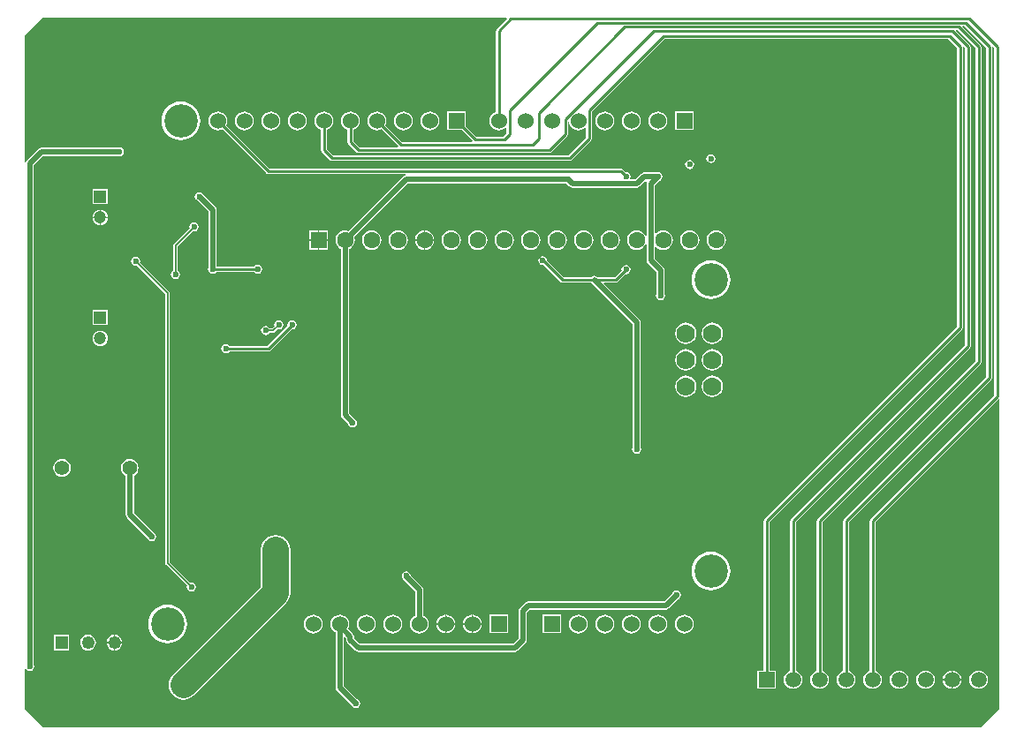
<source format=gbl>
G04*
G04 #@! TF.GenerationSoftware,Altium Limited,Altium Designer,20.1.14 (287)*
G04*
G04 Layer_Physical_Order=2*
G04 Layer_Color=16711680*
%FSLAX25Y25*%
%MOIN*%
G70*
G04*
G04 #@! TF.SameCoordinates,0E931F91-B317-41B1-A8FB-8677B043815F*
G04*
G04*
G04 #@! TF.FilePolarity,Positive*
G04*
G01*
G75*
%ADD13C,0.00500*%
%ADD15C,0.01000*%
%ADD56R,0.04921X0.04921*%
%ADD57C,0.04921*%
%ADD95C,0.02000*%
%ADD97C,0.06000*%
%ADD98C,0.06299*%
%ADD99R,0.06299X0.06299*%
%ADD100C,0.05543*%
%ADD101C,0.04724*%
%ADD102R,0.04724X0.04724*%
%ADD103R,0.05906X0.05906*%
%ADD104C,0.05906*%
%ADD105C,0.07000*%
%ADD106R,0.06000X0.06000*%
%ADD107C,0.12598*%
%ADD108C,0.02362*%
%ADD109C,0.10000*%
G36*
X183077Y268518D02*
X179279Y264721D01*
X179058Y264390D01*
X178980Y264000D01*
Y233366D01*
X178235Y233057D01*
X177504Y232496D01*
X176943Y231765D01*
X176590Y230914D01*
X176470Y230000D01*
X176590Y229086D01*
X176943Y228235D01*
X177504Y227504D01*
X178235Y226943D01*
X179086Y226590D01*
X180000Y226470D01*
X180914Y226590D01*
X181765Y226943D01*
X182480Y227492D01*
X182662Y227465D01*
X182980Y227357D01*
Y225422D01*
X181578Y224020D01*
X171422D01*
X167500Y227942D01*
Y233500D01*
X160500D01*
Y226500D01*
X166058D01*
X170038Y222520D01*
X169831Y222020D01*
X143422D01*
X137101Y228341D01*
X137410Y229086D01*
X137530Y230000D01*
X137410Y230914D01*
X137057Y231765D01*
X136496Y232496D01*
X135765Y233057D01*
X134914Y233410D01*
X134000Y233530D01*
X133086Y233410D01*
X132235Y233057D01*
X131504Y232496D01*
X130943Y231765D01*
X130590Y230914D01*
X130470Y230000D01*
X130590Y229086D01*
X130943Y228235D01*
X131504Y227504D01*
X132235Y226943D01*
X133086Y226590D01*
X134000Y226470D01*
X134914Y226590D01*
X135659Y226899D01*
X142039Y220520D01*
X141831Y220020D01*
X127422D01*
X125020Y222422D01*
Y226634D01*
X125765Y226943D01*
X126496Y227504D01*
X127057Y228235D01*
X127410Y229086D01*
X127530Y230000D01*
X127410Y230914D01*
X127057Y231765D01*
X126496Y232496D01*
X125765Y233057D01*
X124914Y233410D01*
X124000Y233530D01*
X123086Y233410D01*
X122235Y233057D01*
X121504Y232496D01*
X120943Y231765D01*
X120590Y230914D01*
X120470Y230000D01*
X120590Y229086D01*
X120943Y228235D01*
X121504Y227504D01*
X122235Y226943D01*
X122980Y226634D01*
Y222000D01*
X123058Y221610D01*
X123279Y221279D01*
X126279Y218279D01*
X126610Y218058D01*
X127000Y217980D01*
X199000D01*
X199390Y218058D01*
X199721Y218279D01*
X205721Y224279D01*
X205942Y224610D01*
X206020Y225000D01*
Y229589D01*
X206520Y229622D01*
X206590Y229086D01*
X206943Y228235D01*
X207504Y227504D01*
X208235Y226943D01*
X209086Y226590D01*
X210000Y226470D01*
X210914Y226590D01*
X211765Y226943D01*
X212480Y227492D01*
X212662Y227465D01*
X212980Y227357D01*
Y223619D01*
X206381Y217020D01*
X117422D01*
X115020Y219422D01*
Y226634D01*
X115765Y226943D01*
X116496Y227504D01*
X117057Y228235D01*
X117410Y229086D01*
X117530Y230000D01*
X117410Y230914D01*
X117057Y231765D01*
X116496Y232496D01*
X115765Y233057D01*
X114914Y233410D01*
X114000Y233530D01*
X113086Y233410D01*
X112235Y233057D01*
X111504Y232496D01*
X110943Y231765D01*
X110590Y230914D01*
X110470Y230000D01*
X110590Y229086D01*
X110943Y228235D01*
X111504Y227504D01*
X112235Y226943D01*
X112980Y226634D01*
Y219000D01*
X113058Y218610D01*
X113279Y218279D01*
X116279Y215279D01*
X116610Y215058D01*
X117000Y214980D01*
X206803D01*
X207193Y215058D01*
X207524Y215279D01*
X214721Y222476D01*
X214942Y222807D01*
X215020Y223197D01*
Y233578D01*
X242422Y260980D01*
X349578D01*
X352980Y257578D01*
Y152422D01*
X280279Y79721D01*
X280058Y79390D01*
X279980Y79000D01*
Y22453D01*
X277547D01*
Y15547D01*
X284453D01*
Y22453D01*
X282020D01*
Y78578D01*
X354721Y151279D01*
X354942Y151610D01*
X355020Y152000D01*
Y257831D01*
X355465Y258052D01*
X355502Y258056D01*
X355980Y257578D01*
Y145422D01*
X290279Y79721D01*
X290058Y79390D01*
X289980Y79000D01*
Y22315D01*
X289259Y22016D01*
X288538Y21463D01*
X287984Y20741D01*
X287636Y19901D01*
X287517Y19000D01*
X287636Y18099D01*
X287984Y17259D01*
X288538Y16537D01*
X289259Y15984D01*
X290099Y15636D01*
X291000Y15518D01*
X291901Y15636D01*
X292741Y15984D01*
X293462Y16537D01*
X294016Y17259D01*
X294364Y18099D01*
X294482Y19000D01*
X294364Y19901D01*
X294016Y20741D01*
X293462Y21463D01*
X292741Y22016D01*
X292020Y22315D01*
Y78578D01*
X357721Y144279D01*
X357942Y144610D01*
X358020Y145000D01*
Y258000D01*
X357942Y258390D01*
X357721Y258721D01*
X352424Y264019D01*
X352615Y264480D01*
X353078D01*
X359980Y257578D01*
Y139422D01*
X300279Y79721D01*
X300058Y79390D01*
X299980Y79000D01*
Y22315D01*
X299259Y22016D01*
X298537Y21463D01*
X297984Y20741D01*
X297636Y19901D01*
X297517Y19000D01*
X297636Y18099D01*
X297984Y17259D01*
X298537Y16537D01*
X299259Y15984D01*
X300099Y15636D01*
X301000Y15518D01*
X301901Y15636D01*
X302741Y15984D01*
X303463Y16537D01*
X304016Y17259D01*
X304364Y18099D01*
X304483Y19000D01*
X304364Y19901D01*
X304016Y20741D01*
X303463Y21463D01*
X302741Y22016D01*
X302020Y22315D01*
Y78578D01*
X361721Y138279D01*
X361942Y138610D01*
X362020Y139000D01*
Y258000D01*
X361942Y258390D01*
X361721Y258721D01*
X354924Y265518D01*
X355115Y265980D01*
X355578D01*
X363980Y257578D01*
Y133422D01*
X310279Y79721D01*
X310058Y79390D01*
X309980Y79000D01*
Y22315D01*
X309259Y22016D01*
X308538Y21463D01*
X307984Y20741D01*
X307636Y19901D01*
X307518Y19000D01*
X307636Y18099D01*
X307984Y17259D01*
X308538Y16537D01*
X309259Y15984D01*
X310099Y15636D01*
X311000Y15518D01*
X311901Y15636D01*
X312741Y15984D01*
X313462Y16537D01*
X314016Y17259D01*
X314364Y18099D01*
X314482Y19000D01*
X314364Y19901D01*
X314016Y20741D01*
X313462Y21463D01*
X312741Y22016D01*
X312020Y22315D01*
Y78578D01*
X365721Y132279D01*
X365942Y132610D01*
X366020Y133000D01*
Y257831D01*
X366465Y258052D01*
X366502Y258056D01*
X366980Y257578D01*
Y126422D01*
X320279Y79721D01*
X320058Y79390D01*
X319980Y79000D01*
Y22315D01*
X319259Y22016D01*
X318537Y21463D01*
X317984Y20741D01*
X317636Y19901D01*
X317517Y19000D01*
X317636Y18099D01*
X317984Y17259D01*
X318537Y16537D01*
X319259Y15984D01*
X320099Y15636D01*
X321000Y15518D01*
X321901Y15636D01*
X322741Y15984D01*
X323463Y16537D01*
X324016Y17259D01*
X324364Y18099D01*
X324482Y19000D01*
X324364Y19901D01*
X324016Y20741D01*
X323463Y21463D01*
X322741Y22016D01*
X322020Y22315D01*
Y78578D01*
X368480Y125039D01*
X368980Y124831D01*
Y7922D01*
X362078Y1020D01*
X7922D01*
X1020Y7922D01*
Y23038D01*
X1520Y23190D01*
X1788Y22788D01*
X2344Y22416D01*
X3000Y22286D01*
X3656Y22416D01*
X4212Y22788D01*
X4584Y23344D01*
X4714Y24000D01*
X4584Y24656D01*
X4529Y24737D01*
Y213367D01*
X7980Y216817D01*
X36105D01*
X36187Y216763D01*
X36843Y216632D01*
X37499Y216763D01*
X38054Y217134D01*
X38426Y217690D01*
X38557Y218347D01*
X38426Y219002D01*
X38054Y219559D01*
X37499Y219930D01*
X36843Y220060D01*
X36187Y219930D01*
X36105Y219876D01*
X7346D01*
X6761Y219759D01*
X6265Y219428D01*
X1919Y215081D01*
X1587Y214585D01*
X1520Y214246D01*
X1020Y214296D01*
Y262078D01*
X7922Y268980D01*
X182885D01*
X183077Y268518D01*
D02*
G37*
%LPC*%
G36*
X253500Y233500D02*
X246500D01*
Y226500D01*
X253500D01*
Y233500D01*
D02*
G37*
G36*
X240000Y233530D02*
X239086Y233410D01*
X238235Y233057D01*
X237504Y232496D01*
X236943Y231765D01*
X236590Y230914D01*
X236470Y230000D01*
X236590Y229086D01*
X236943Y228235D01*
X237504Y227504D01*
X238235Y226943D01*
X239086Y226590D01*
X240000Y226470D01*
X240914Y226590D01*
X241765Y226943D01*
X242496Y227504D01*
X243057Y228235D01*
X243410Y229086D01*
X243530Y230000D01*
X243410Y230914D01*
X243057Y231765D01*
X242496Y232496D01*
X241765Y233057D01*
X240914Y233410D01*
X240000Y233530D01*
D02*
G37*
G36*
X230000D02*
X229086Y233410D01*
X228235Y233057D01*
X227504Y232496D01*
X226943Y231765D01*
X226590Y230914D01*
X226470Y230000D01*
X226590Y229086D01*
X226943Y228235D01*
X227504Y227504D01*
X228235Y226943D01*
X229086Y226590D01*
X230000Y226470D01*
X230914Y226590D01*
X231765Y226943D01*
X232496Y227504D01*
X233057Y228235D01*
X233410Y229086D01*
X233530Y230000D01*
X233410Y230914D01*
X233057Y231765D01*
X232496Y232496D01*
X231765Y233057D01*
X230914Y233410D01*
X230000Y233530D01*
D02*
G37*
G36*
X220000D02*
X219086Y233410D01*
X218235Y233057D01*
X217504Y232496D01*
X216943Y231765D01*
X216590Y230914D01*
X216470Y230000D01*
X216590Y229086D01*
X216943Y228235D01*
X217504Y227504D01*
X218235Y226943D01*
X219086Y226590D01*
X220000Y226470D01*
X220914Y226590D01*
X221765Y226943D01*
X222496Y227504D01*
X223057Y228235D01*
X223410Y229086D01*
X223530Y230000D01*
X223410Y230914D01*
X223057Y231765D01*
X222496Y232496D01*
X221765Y233057D01*
X220914Y233410D01*
X220000Y233530D01*
D02*
G37*
G36*
X154000D02*
X153086Y233410D01*
X152235Y233057D01*
X151504Y232496D01*
X150943Y231765D01*
X150590Y230914D01*
X150470Y230000D01*
X150590Y229086D01*
X150943Y228235D01*
X151504Y227504D01*
X152235Y226943D01*
X153086Y226590D01*
X154000Y226470D01*
X154914Y226590D01*
X155765Y226943D01*
X156496Y227504D01*
X157057Y228235D01*
X157410Y229086D01*
X157530Y230000D01*
X157410Y230914D01*
X157057Y231765D01*
X156496Y232496D01*
X155765Y233057D01*
X154914Y233410D01*
X154000Y233530D01*
D02*
G37*
G36*
X144000D02*
X143086Y233410D01*
X142235Y233057D01*
X141504Y232496D01*
X140943Y231765D01*
X140590Y230914D01*
X140470Y230000D01*
X140590Y229086D01*
X140943Y228235D01*
X141504Y227504D01*
X142235Y226943D01*
X143086Y226590D01*
X144000Y226470D01*
X144914Y226590D01*
X145765Y226943D01*
X146496Y227504D01*
X147057Y228235D01*
X147410Y229086D01*
X147530Y230000D01*
X147410Y230914D01*
X147057Y231765D01*
X146496Y232496D01*
X145765Y233057D01*
X144914Y233410D01*
X144000Y233530D01*
D02*
G37*
G36*
X104000D02*
X103086Y233410D01*
X102235Y233057D01*
X101504Y232496D01*
X100943Y231765D01*
X100590Y230914D01*
X100470Y230000D01*
X100590Y229086D01*
X100943Y228235D01*
X101504Y227504D01*
X102235Y226943D01*
X103086Y226590D01*
X104000Y226470D01*
X104914Y226590D01*
X105765Y226943D01*
X106496Y227504D01*
X107057Y228235D01*
X107410Y229086D01*
X107530Y230000D01*
X107410Y230914D01*
X107057Y231765D01*
X106496Y232496D01*
X105765Y233057D01*
X104914Y233410D01*
X104000Y233530D01*
D02*
G37*
G36*
X94000D02*
X93086Y233410D01*
X92235Y233057D01*
X91504Y232496D01*
X90943Y231765D01*
X90590Y230914D01*
X90470Y230000D01*
X90590Y229086D01*
X90943Y228235D01*
X91504Y227504D01*
X92235Y226943D01*
X93086Y226590D01*
X94000Y226470D01*
X94914Y226590D01*
X95765Y226943D01*
X96496Y227504D01*
X97057Y228235D01*
X97410Y229086D01*
X97530Y230000D01*
X97410Y230914D01*
X97057Y231765D01*
X96496Y232496D01*
X95765Y233057D01*
X94914Y233410D01*
X94000Y233530D01*
D02*
G37*
G36*
X84000D02*
X83086Y233410D01*
X82235Y233057D01*
X81504Y232496D01*
X80943Y231765D01*
X80590Y230914D01*
X80470Y230000D01*
X80590Y229086D01*
X80943Y228235D01*
X81504Y227504D01*
X82235Y226943D01*
X83086Y226590D01*
X84000Y226470D01*
X84914Y226590D01*
X85765Y226943D01*
X86496Y227504D01*
X87057Y228235D01*
X87410Y229086D01*
X87530Y230000D01*
X87410Y230914D01*
X87057Y231765D01*
X86496Y232496D01*
X85765Y233057D01*
X84914Y233410D01*
X84000Y233530D01*
D02*
G37*
G36*
X60000Y237319D02*
X58572Y237178D01*
X57199Y236762D01*
X55934Y236085D01*
X54825Y235175D01*
X53915Y234066D01*
X53238Y232801D01*
X52822Y231428D01*
X52681Y230000D01*
X52822Y228572D01*
X53238Y227199D01*
X53915Y225934D01*
X54825Y224825D01*
X55934Y223915D01*
X57199Y223238D01*
X58572Y222822D01*
X60000Y222681D01*
X61428Y222822D01*
X62801Y223238D01*
X64066Y223915D01*
X65175Y224825D01*
X66085Y225934D01*
X66762Y227199D01*
X67178Y228572D01*
X67319Y230000D01*
X67178Y231428D01*
X66762Y232801D01*
X66085Y234066D01*
X65175Y235175D01*
X64066Y236085D01*
X62801Y236762D01*
X61428Y237178D01*
X60000Y237319D01*
D02*
G37*
G36*
X260000Y217454D02*
X259344Y217324D01*
X258788Y216952D01*
X258416Y216396D01*
X258286Y215740D01*
X258416Y215084D01*
X258788Y214528D01*
X259344Y214157D01*
X260000Y214026D01*
X260656Y214157D01*
X261212Y214528D01*
X261584Y215084D01*
X261714Y215740D01*
X261584Y216396D01*
X261212Y216952D01*
X260656Y217324D01*
X260000Y217454D01*
D02*
G37*
G36*
X252000Y215214D02*
X251344Y215084D01*
X250788Y214712D01*
X250416Y214156D01*
X250286Y213500D01*
X250416Y212844D01*
X250788Y212288D01*
X251344Y211916D01*
X252000Y211786D01*
X252656Y211916D01*
X253212Y212288D01*
X253584Y212844D01*
X253714Y213500D01*
X253584Y214156D01*
X253212Y214712D01*
X252656Y215084D01*
X252000Y215214D01*
D02*
G37*
G36*
X32508Y204299D02*
X26783D01*
Y198575D01*
X32508D01*
Y204299D01*
D02*
G37*
G36*
X29896Y196417D02*
Y193813D01*
X32500D01*
X32434Y194310D01*
X32146Y195006D01*
X31687Y195604D01*
X31089Y196063D01*
X30393Y196352D01*
X29896Y196417D01*
D02*
G37*
G36*
X29396Y196417D02*
X28899Y196352D01*
X28202Y196063D01*
X27604Y195604D01*
X27145Y195006D01*
X26857Y194310D01*
X26792Y193813D01*
X29396D01*
Y196417D01*
D02*
G37*
G36*
Y193313D02*
X26792D01*
X26857Y192816D01*
X27145Y192120D01*
X27604Y191522D01*
X28202Y191063D01*
X28899Y190775D01*
X29396Y190709D01*
Y193313D01*
D02*
G37*
G36*
X32500D02*
X29896D01*
Y190709D01*
X30393Y190775D01*
X31089Y191063D01*
X31687Y191522D01*
X32146Y192120D01*
X32434Y192816D01*
X32500Y193313D01*
D02*
G37*
G36*
X65000Y191714D02*
X64344Y191584D01*
X63788Y191212D01*
X63416Y190656D01*
X63286Y190000D01*
X63391Y189472D01*
X57459Y183541D01*
X57293Y183293D01*
X57235Y183000D01*
Y173511D01*
X56788Y173212D01*
X56416Y172656D01*
X56286Y172000D01*
X56416Y171344D01*
X56788Y170788D01*
X57344Y170416D01*
X58000Y170286D01*
X58656Y170416D01*
X59212Y170788D01*
X59584Y171344D01*
X59714Y172000D01*
X59584Y172656D01*
X59212Y173212D01*
X58765Y173511D01*
Y182683D01*
X64472Y188391D01*
X65000Y188286D01*
X65656Y188416D01*
X66212Y188788D01*
X66584Y189344D01*
X66714Y190000D01*
X66584Y190656D01*
X66212Y191212D01*
X65656Y191584D01*
X65000Y191714D01*
D02*
G37*
G36*
X74000Y233530D02*
X73086Y233410D01*
X72235Y233057D01*
X71504Y232496D01*
X70943Y231765D01*
X70590Y230914D01*
X70470Y230000D01*
X70590Y229086D01*
X70943Y228235D01*
X71504Y227504D01*
X72235Y226943D01*
X73086Y226590D01*
X74000Y226470D01*
X74914Y226590D01*
X75659Y226899D01*
X92279Y210279D01*
X92610Y210058D01*
X93000Y209980D01*
X144704D01*
X144754Y209480D01*
X144415Y209413D01*
X143919Y209081D01*
X123264Y188427D01*
X122953Y188556D01*
X122000Y188681D01*
X121047Y188556D01*
X120159Y188188D01*
X119397Y187603D01*
X118812Y186840D01*
X118444Y185953D01*
X118319Y185000D01*
X118444Y184047D01*
X118812Y183159D01*
X119397Y182397D01*
X120159Y181812D01*
X120471Y181683D01*
Y118838D01*
X120587Y118253D01*
X120919Y117757D01*
X123113Y115562D01*
X123157Y115344D01*
X123528Y114788D01*
X124084Y114416D01*
X124740Y114286D01*
X125396Y114416D01*
X125952Y114788D01*
X126324Y115344D01*
X126454Y116000D01*
X126324Y116656D01*
X125952Y117212D01*
X125461Y117541D01*
X123529Y119472D01*
Y181683D01*
X123840Y181812D01*
X124603Y182397D01*
X125188Y183159D01*
X125556Y184047D01*
X125681Y185000D01*
X125556Y185953D01*
X125427Y186264D01*
X145633Y206471D01*
X205263D01*
X205344Y206416D01*
X205440Y206397D01*
X206600Y205238D01*
X207096Y204906D01*
X207681Y204789D01*
X232055D01*
X232640Y204906D01*
X233137Y205238D01*
X235242Y207343D01*
X235626Y207302D01*
X235629Y207298D01*
X235918Y206840D01*
X235821Y206350D01*
Y186619D01*
X235321Y186519D01*
X235188Y186840D01*
X234603Y187603D01*
X233840Y188188D01*
X232953Y188556D01*
X232000Y188681D01*
X231047Y188556D01*
X230159Y188188D01*
X229397Y187603D01*
X228812Y186840D01*
X228444Y185953D01*
X228319Y185000D01*
X228444Y184047D01*
X228812Y183159D01*
X229397Y182397D01*
X230159Y181812D01*
X231047Y181444D01*
X232000Y181319D01*
X232953Y181444D01*
X233840Y181812D01*
X234603Y182397D01*
X235188Y183159D01*
X235321Y183481D01*
X235821Y183381D01*
Y177337D01*
X235937Y176751D01*
X236269Y176255D01*
X239471Y173054D01*
Y164737D01*
X239416Y164656D01*
X239286Y164000D01*
X239416Y163344D01*
X239788Y162788D01*
X240344Y162416D01*
X241000Y162286D01*
X241656Y162416D01*
X242212Y162788D01*
X242584Y163344D01*
X242714Y164000D01*
X242584Y164656D01*
X242529Y164737D01*
Y173687D01*
X242413Y174272D01*
X242081Y174769D01*
X238880Y177970D01*
Y182293D01*
X239353Y182454D01*
X239397Y182397D01*
X240160Y181812D01*
X241047Y181444D01*
X242000Y181319D01*
X242953Y181444D01*
X243841Y181812D01*
X244603Y182397D01*
X245188Y183159D01*
X245556Y184047D01*
X245681Y185000D01*
X245556Y185953D01*
X245188Y186840D01*
X244603Y187603D01*
X243841Y188188D01*
X242953Y188556D01*
X242000Y188681D01*
X241047Y188556D01*
X240160Y188188D01*
X239397Y187603D01*
X239353Y187546D01*
X238880Y187706D01*
Y205717D01*
X240560Y207397D01*
X240656Y207416D01*
X241212Y207788D01*
X241584Y208344D01*
X241714Y209000D01*
X241584Y209656D01*
X241212Y210212D01*
X240656Y210584D01*
X240000Y210714D01*
X239344Y210584D01*
X239263Y210529D01*
X234736D01*
X234151Y210413D01*
X233655Y210081D01*
X231422Y207848D01*
X229783D01*
X229547Y208289D01*
X229584Y208344D01*
X229714Y209000D01*
X229584Y209656D01*
X229212Y210212D01*
X228656Y210584D01*
X228000Y210714D01*
X227773Y210669D01*
X226721Y211721D01*
X226390Y211942D01*
X226000Y212020D01*
X93422D01*
X77101Y228341D01*
X77410Y229086D01*
X77530Y230000D01*
X77410Y230914D01*
X77057Y231765D01*
X76496Y232496D01*
X75765Y233057D01*
X74914Y233410D01*
X74000Y233530D01*
D02*
G37*
G36*
X152250Y188648D02*
Y185250D01*
X155648D01*
X155556Y185953D01*
X155188Y186840D01*
X154603Y187603D01*
X153840Y188188D01*
X152953Y188556D01*
X152250Y188648D01*
D02*
G37*
G36*
X151750D02*
X151047Y188556D01*
X150160Y188188D01*
X149397Y187603D01*
X148812Y186840D01*
X148444Y185953D01*
X148352Y185250D01*
X151750D01*
Y188648D01*
D02*
G37*
G36*
X115650Y188650D02*
X112250D01*
Y185250D01*
X115650D01*
Y188650D01*
D02*
G37*
G36*
X111750D02*
X108350D01*
Y185250D01*
X111750D01*
Y188650D01*
D02*
G37*
G36*
X155648Y184750D02*
X152250D01*
Y181352D01*
X152953Y181444D01*
X153840Y181812D01*
X154603Y182397D01*
X155188Y183159D01*
X155556Y184047D01*
X155648Y184750D01*
D02*
G37*
G36*
X151750D02*
X148352D01*
X148444Y184047D01*
X148812Y183159D01*
X149397Y182397D01*
X150160Y181812D01*
X151047Y181444D01*
X151750Y181352D01*
Y184750D01*
D02*
G37*
G36*
X115650D02*
X112250D01*
Y181350D01*
X115650D01*
Y184750D01*
D02*
G37*
G36*
X111750D02*
X108350D01*
Y181350D01*
X111750D01*
Y184750D01*
D02*
G37*
G36*
X262000Y188681D02*
X261047Y188556D01*
X260159Y188188D01*
X259397Y187603D01*
X258812Y186840D01*
X258444Y185953D01*
X258319Y185000D01*
X258444Y184047D01*
X258812Y183159D01*
X259397Y182397D01*
X260159Y181812D01*
X261047Y181444D01*
X262000Y181319D01*
X262953Y181444D01*
X263841Y181812D01*
X264603Y182397D01*
X265188Y183159D01*
X265556Y184047D01*
X265681Y185000D01*
X265556Y185953D01*
X265188Y186840D01*
X264603Y187603D01*
X263841Y188188D01*
X262953Y188556D01*
X262000Y188681D01*
D02*
G37*
G36*
X252000D02*
X251047Y188556D01*
X250160Y188188D01*
X249397Y187603D01*
X248812Y186840D01*
X248444Y185953D01*
X248319Y185000D01*
X248444Y184047D01*
X248812Y183159D01*
X249397Y182397D01*
X250160Y181812D01*
X251047Y181444D01*
X252000Y181319D01*
X252953Y181444D01*
X253840Y181812D01*
X254603Y182397D01*
X255188Y183159D01*
X255556Y184047D01*
X255681Y185000D01*
X255556Y185953D01*
X255188Y186840D01*
X254603Y187603D01*
X253840Y188188D01*
X252953Y188556D01*
X252000Y188681D01*
D02*
G37*
G36*
X222000D02*
X221047Y188556D01*
X220160Y188188D01*
X219397Y187603D01*
X218812Y186840D01*
X218444Y185953D01*
X218319Y185000D01*
X218444Y184047D01*
X218812Y183159D01*
X219397Y182397D01*
X220160Y181812D01*
X221047Y181444D01*
X222000Y181319D01*
X222953Y181444D01*
X223840Y181812D01*
X224603Y182397D01*
X225188Y183159D01*
X225556Y184047D01*
X225681Y185000D01*
X225556Y185953D01*
X225188Y186840D01*
X224603Y187603D01*
X223840Y188188D01*
X222953Y188556D01*
X222000Y188681D01*
D02*
G37*
G36*
X212000D02*
X211047Y188556D01*
X210159Y188188D01*
X209397Y187603D01*
X208812Y186840D01*
X208444Y185953D01*
X208319Y185000D01*
X208444Y184047D01*
X208812Y183159D01*
X209397Y182397D01*
X210159Y181812D01*
X211047Y181444D01*
X212000Y181319D01*
X212953Y181444D01*
X213841Y181812D01*
X214603Y182397D01*
X215188Y183159D01*
X215556Y184047D01*
X215681Y185000D01*
X215556Y185953D01*
X215188Y186840D01*
X214603Y187603D01*
X213841Y188188D01*
X212953Y188556D01*
X212000Y188681D01*
D02*
G37*
G36*
X202000D02*
X201047Y188556D01*
X200160Y188188D01*
X199397Y187603D01*
X198812Y186840D01*
X198444Y185953D01*
X198319Y185000D01*
X198444Y184047D01*
X198812Y183159D01*
X199397Y182397D01*
X200160Y181812D01*
X201047Y181444D01*
X202000Y181319D01*
X202953Y181444D01*
X203840Y181812D01*
X204603Y182397D01*
X205188Y183159D01*
X205556Y184047D01*
X205681Y185000D01*
X205556Y185953D01*
X205188Y186840D01*
X204603Y187603D01*
X203840Y188188D01*
X202953Y188556D01*
X202000Y188681D01*
D02*
G37*
G36*
X192000D02*
X191047Y188556D01*
X190159Y188188D01*
X189397Y187603D01*
X188812Y186840D01*
X188444Y185953D01*
X188319Y185000D01*
X188444Y184047D01*
X188812Y183159D01*
X189397Y182397D01*
X190159Y181812D01*
X191047Y181444D01*
X192000Y181319D01*
X192953Y181444D01*
X193841Y181812D01*
X194603Y182397D01*
X195188Y183159D01*
X195556Y184047D01*
X195681Y185000D01*
X195556Y185953D01*
X195188Y186840D01*
X194603Y187603D01*
X193841Y188188D01*
X192953Y188556D01*
X192000Y188681D01*
D02*
G37*
G36*
X182000D02*
X181047Y188556D01*
X180159Y188188D01*
X179397Y187603D01*
X178812Y186840D01*
X178444Y185953D01*
X178319Y185000D01*
X178444Y184047D01*
X178812Y183159D01*
X179397Y182397D01*
X180159Y181812D01*
X181047Y181444D01*
X182000Y181319D01*
X182953Y181444D01*
X183841Y181812D01*
X184603Y182397D01*
X185188Y183159D01*
X185556Y184047D01*
X185681Y185000D01*
X185556Y185953D01*
X185188Y186840D01*
X184603Y187603D01*
X183841Y188188D01*
X182953Y188556D01*
X182000Y188681D01*
D02*
G37*
G36*
X172000D02*
X171047Y188556D01*
X170159Y188188D01*
X169397Y187603D01*
X168812Y186840D01*
X168444Y185953D01*
X168319Y185000D01*
X168444Y184047D01*
X168812Y183159D01*
X169397Y182397D01*
X170159Y181812D01*
X171047Y181444D01*
X172000Y181319D01*
X172953Y181444D01*
X173840Y181812D01*
X174603Y182397D01*
X175188Y183159D01*
X175556Y184047D01*
X175681Y185000D01*
X175556Y185953D01*
X175188Y186840D01*
X174603Y187603D01*
X173840Y188188D01*
X172953Y188556D01*
X172000Y188681D01*
D02*
G37*
G36*
X162000D02*
X161047Y188556D01*
X160160Y188188D01*
X159397Y187603D01*
X158812Y186840D01*
X158444Y185953D01*
X158319Y185000D01*
X158444Y184047D01*
X158812Y183159D01*
X159397Y182397D01*
X160160Y181812D01*
X161047Y181444D01*
X162000Y181319D01*
X162953Y181444D01*
X163840Y181812D01*
X164603Y182397D01*
X165188Y183159D01*
X165556Y184047D01*
X165681Y185000D01*
X165556Y185953D01*
X165188Y186840D01*
X164603Y187603D01*
X163840Y188188D01*
X162953Y188556D01*
X162000Y188681D01*
D02*
G37*
G36*
X142000D02*
X141047Y188556D01*
X140159Y188188D01*
X139397Y187603D01*
X138812Y186840D01*
X138444Y185953D01*
X138319Y185000D01*
X138444Y184047D01*
X138812Y183159D01*
X139397Y182397D01*
X140159Y181812D01*
X141047Y181444D01*
X142000Y181319D01*
X142953Y181444D01*
X143841Y181812D01*
X144603Y182397D01*
X145188Y183159D01*
X145556Y184047D01*
X145681Y185000D01*
X145556Y185953D01*
X145188Y186840D01*
X144603Y187603D01*
X143841Y188188D01*
X142953Y188556D01*
X142000Y188681D01*
D02*
G37*
G36*
X132000D02*
X131047Y188556D01*
X130159Y188188D01*
X129397Y187603D01*
X128812Y186840D01*
X128444Y185953D01*
X128319Y185000D01*
X128444Y184047D01*
X128812Y183159D01*
X129397Y182397D01*
X130159Y181812D01*
X131047Y181444D01*
X132000Y181319D01*
X132953Y181444D01*
X133841Y181812D01*
X134603Y182397D01*
X135188Y183159D01*
X135556Y184047D01*
X135681Y185000D01*
X135556Y185953D01*
X135188Y186840D01*
X134603Y187603D01*
X133841Y188188D01*
X132953Y188556D01*
X132000Y188681D01*
D02*
G37*
G36*
X67000Y203151D02*
X66344Y203021D01*
X65788Y202649D01*
X65416Y202093D01*
X65286Y201437D01*
X65416Y200781D01*
X65788Y200225D01*
X66344Y199853D01*
X66440Y199834D01*
X70471Y195803D01*
Y174737D01*
X70416Y174656D01*
X70286Y174000D01*
X70416Y173344D01*
X70788Y172788D01*
X71344Y172416D01*
X72000Y172286D01*
X72656Y172416D01*
X73212Y172788D01*
X73341Y172980D01*
X87659D01*
X87788Y172788D01*
X88344Y172416D01*
X89000Y172286D01*
X89656Y172416D01*
X90212Y172788D01*
X90584Y173344D01*
X90714Y174000D01*
X90584Y174656D01*
X90212Y175212D01*
X89656Y175584D01*
X89000Y175714D01*
X88344Y175584D01*
X87788Y175212D01*
X87659Y175020D01*
X73529D01*
Y196437D01*
X73413Y197022D01*
X73081Y197519D01*
X68603Y201997D01*
X68584Y202093D01*
X68212Y202649D01*
X67656Y203021D01*
X67000Y203151D01*
D02*
G37*
G36*
X196583Y178945D02*
X195928Y178814D01*
X195371Y178443D01*
X195000Y177887D01*
X194869Y177231D01*
X195000Y176575D01*
X195371Y176019D01*
X195928Y175647D01*
X196583Y175517D01*
X196965Y175593D01*
X203279Y169279D01*
X203610Y169058D01*
X204000Y168980D01*
X214877D01*
X214919Y168919D01*
X230471Y153366D01*
Y106737D01*
X230416Y106656D01*
X230286Y106000D01*
X230416Y105344D01*
X230788Y104788D01*
X231344Y104416D01*
X232000Y104286D01*
X232656Y104416D01*
X233212Y104788D01*
X233584Y105344D01*
X233714Y106000D01*
X233584Y106656D01*
X233529Y106737D01*
Y154000D01*
X233413Y154585D01*
X233081Y155081D01*
X219644Y168518D01*
X219836Y168980D01*
X223178D01*
X223196Y168969D01*
X223586Y168891D01*
X224069D01*
X224460Y168969D01*
X224790Y169190D01*
X227773Y172172D01*
X228000Y172127D01*
X228656Y172258D01*
X229212Y172629D01*
X229584Y173185D01*
X229714Y173841D01*
X229584Y174497D01*
X229212Y175053D01*
X228656Y175425D01*
X228000Y175555D01*
X227344Y175425D01*
X226788Y175053D01*
X226416Y174497D01*
X226286Y173841D01*
X226331Y173614D01*
X223697Y170980D01*
X223496Y171020D01*
X217143D01*
X217081Y171081D01*
X216585Y171413D01*
X216000Y171529D01*
X215415Y171413D01*
X214919Y171081D01*
X214877Y171020D01*
X204422D01*
X198283Y177159D01*
X198297Y177231D01*
X198167Y177887D01*
X197795Y178443D01*
X197239Y178814D01*
X196583Y178945D01*
D02*
G37*
G36*
X260000Y177319D02*
X258572Y177178D01*
X257199Y176762D01*
X255934Y176085D01*
X254825Y175175D01*
X253915Y174066D01*
X253238Y172801D01*
X252822Y171428D01*
X252681Y170000D01*
X252822Y168572D01*
X253238Y167199D01*
X253915Y165934D01*
X254825Y164825D01*
X255934Y163915D01*
X257199Y163238D01*
X258572Y162822D01*
X260000Y162681D01*
X261428Y162822D01*
X262801Y163238D01*
X264066Y163915D01*
X265175Y164825D01*
X266085Y165934D01*
X266762Y167199D01*
X267178Y168572D01*
X267319Y170000D01*
X267178Y171428D01*
X266762Y172801D01*
X266085Y174066D01*
X265175Y175175D01*
X264066Y176085D01*
X262801Y176762D01*
X261428Y177178D01*
X260000Y177319D01*
D02*
G37*
G36*
X32508Y158640D02*
X26783D01*
Y152915D01*
X32508D01*
Y158640D01*
D02*
G37*
G36*
X97000Y154714D02*
X96344Y154584D01*
X95788Y154212D01*
X95416Y153656D01*
X95286Y153000D01*
X95391Y152472D01*
X94524Y151605D01*
X93511D01*
X93212Y152052D01*
X92656Y152424D01*
X92000Y152555D01*
X91344Y152424D01*
X90788Y152052D01*
X90416Y151496D01*
X90286Y150840D01*
X90416Y150185D01*
X90788Y149628D01*
X91344Y149257D01*
X92000Y149126D01*
X92656Y149257D01*
X93212Y149628D01*
X93511Y150076D01*
X94840D01*
X95133Y150134D01*
X95381Y150300D01*
X96472Y151391D01*
X97000Y151286D01*
X97656Y151416D01*
X98212Y151788D01*
X98584Y152344D01*
X98714Y153000D01*
X98584Y153656D01*
X98212Y154212D01*
X97656Y154584D01*
X97000Y154714D01*
D02*
G37*
G36*
X102000D02*
X101344Y154584D01*
X100788Y154212D01*
X100416Y153656D01*
X100286Y153000D01*
X100331Y152773D01*
X92578Y145020D01*
X78341D01*
X78212Y145212D01*
X77656Y145584D01*
X77000Y145714D01*
X76344Y145584D01*
X75788Y145212D01*
X75416Y144656D01*
X75286Y144000D01*
X75416Y143344D01*
X75788Y142788D01*
X76344Y142416D01*
X77000Y142286D01*
X77656Y142416D01*
X78212Y142788D01*
X78341Y142980D01*
X93000D01*
X93390Y143058D01*
X93721Y143279D01*
X101773Y151331D01*
X102000Y151286D01*
X102656Y151416D01*
X103212Y151788D01*
X103584Y152344D01*
X103714Y153000D01*
X103584Y153656D01*
X103212Y154212D01*
X102656Y154584D01*
X102000Y154714D01*
D02*
G37*
G36*
X260551Y153838D02*
X259507Y153700D01*
X258534Y153297D01*
X257698Y152656D01*
X257057Y151820D01*
X256654Y150847D01*
X256517Y149803D01*
X256654Y148759D01*
X257057Y147786D01*
X257698Y146950D01*
X258534Y146309D01*
X259507Y145906D01*
X260551Y145769D01*
X261595Y145906D01*
X262568Y146309D01*
X263404Y146950D01*
X264045Y147786D01*
X264448Y148759D01*
X264586Y149803D01*
X264448Y150847D01*
X264045Y151820D01*
X263404Y152656D01*
X262568Y153297D01*
X261595Y153700D01*
X260551Y153838D01*
D02*
G37*
G36*
X250551D02*
X249507Y153700D01*
X248534Y153297D01*
X247698Y152656D01*
X247057Y151820D01*
X246654Y150847D01*
X246517Y149803D01*
X246654Y148759D01*
X247057Y147786D01*
X247698Y146950D01*
X248534Y146309D01*
X249507Y145906D01*
X250551Y145769D01*
X251595Y145906D01*
X252569Y146309D01*
X253404Y146950D01*
X254045Y147786D01*
X254448Y148759D01*
X254586Y149803D01*
X254448Y150847D01*
X254045Y151820D01*
X253404Y152656D01*
X252569Y153297D01*
X251595Y153700D01*
X250551Y153838D01*
D02*
G37*
G36*
X29646Y150791D02*
X28899Y150692D01*
X28202Y150404D01*
X27604Y149945D01*
X27145Y149347D01*
X26857Y148651D01*
X26759Y147904D01*
X26857Y147156D01*
X27145Y146460D01*
X27604Y145862D01*
X28202Y145403D01*
X28899Y145115D01*
X29646Y145017D01*
X30393Y145115D01*
X31089Y145403D01*
X31687Y145862D01*
X32146Y146460D01*
X32434Y147156D01*
X32533Y147904D01*
X32434Y148651D01*
X32146Y149347D01*
X31687Y149945D01*
X31089Y150404D01*
X30393Y150692D01*
X29646Y150791D01*
D02*
G37*
G36*
X260551Y143838D02*
X259507Y143700D01*
X258534Y143297D01*
X257698Y142656D01*
X257057Y141820D01*
X256654Y140847D01*
X256517Y139803D01*
X256654Y138759D01*
X257057Y137786D01*
X257698Y136950D01*
X258534Y136309D01*
X259507Y135906D01*
X260551Y135769D01*
X261595Y135906D01*
X262568Y136309D01*
X263404Y136950D01*
X264045Y137786D01*
X264448Y138759D01*
X264586Y139803D01*
X264448Y140847D01*
X264045Y141820D01*
X263404Y142656D01*
X262568Y143297D01*
X261595Y143700D01*
X260551Y143838D01*
D02*
G37*
G36*
X250551D02*
X249507Y143700D01*
X248534Y143297D01*
X247698Y142656D01*
X247057Y141820D01*
X246654Y140847D01*
X246517Y139803D01*
X246654Y138759D01*
X247057Y137786D01*
X247698Y136950D01*
X248534Y136309D01*
X249507Y135906D01*
X250551Y135769D01*
X251595Y135906D01*
X252569Y136309D01*
X253404Y136950D01*
X254045Y137786D01*
X254448Y138759D01*
X254586Y139803D01*
X254448Y140847D01*
X254045Y141820D01*
X253404Y142656D01*
X252569Y143297D01*
X251595Y143700D01*
X250551Y143838D01*
D02*
G37*
G36*
X260551Y133838D02*
X259507Y133700D01*
X258534Y133297D01*
X257698Y132656D01*
X257057Y131820D01*
X256654Y130847D01*
X256517Y129803D01*
X256654Y128759D01*
X257057Y127786D01*
X257698Y126950D01*
X258534Y126309D01*
X259507Y125906D01*
X260551Y125769D01*
X261595Y125906D01*
X262568Y126309D01*
X263404Y126950D01*
X264045Y127786D01*
X264448Y128759D01*
X264586Y129803D01*
X264448Y130847D01*
X264045Y131820D01*
X263404Y132656D01*
X262568Y133297D01*
X261595Y133700D01*
X260551Y133838D01*
D02*
G37*
G36*
X250551D02*
X249507Y133700D01*
X248534Y133297D01*
X247698Y132656D01*
X247057Y131820D01*
X246654Y130847D01*
X246517Y129803D01*
X246654Y128759D01*
X247057Y127786D01*
X247698Y126950D01*
X248534Y126309D01*
X249507Y125906D01*
X250551Y125769D01*
X251595Y125906D01*
X252569Y126309D01*
X253404Y126950D01*
X254045Y127786D01*
X254448Y128759D01*
X254586Y129803D01*
X254448Y130847D01*
X254045Y131820D01*
X253404Y132656D01*
X252569Y133297D01*
X251595Y133700D01*
X250551Y133838D01*
D02*
G37*
G36*
X15205Y102300D02*
X14351Y102187D01*
X13555Y101858D01*
X12871Y101333D01*
X12347Y100650D01*
X12017Y99854D01*
X11905Y99000D01*
X12017Y98146D01*
X12347Y97350D01*
X12871Y96667D01*
X13555Y96142D01*
X14351Y95813D01*
X15205Y95700D01*
X16059Y95813D01*
X16855Y96142D01*
X17538Y96667D01*
X18063Y97350D01*
X18392Y98146D01*
X18505Y99000D01*
X18392Y99854D01*
X18063Y100650D01*
X17538Y101333D01*
X16855Y101858D01*
X16059Y102187D01*
X15205Y102300D01*
D02*
G37*
G36*
X40795D02*
X39941Y102187D01*
X39145Y101858D01*
X38462Y101333D01*
X37938Y100650D01*
X37608Y99854D01*
X37495Y99000D01*
X37608Y98146D01*
X37938Y97350D01*
X38462Y96667D01*
X39145Y96142D01*
X39266Y96092D01*
Y81205D01*
X39382Y80619D01*
X39714Y80123D01*
X47397Y72440D01*
X47416Y72344D01*
X47788Y71788D01*
X48344Y71416D01*
X49000Y71286D01*
X49656Y71416D01*
X50212Y71788D01*
X50584Y72344D01*
X50714Y73000D01*
X50584Y73656D01*
X50212Y74212D01*
X49656Y74584D01*
X49560Y74603D01*
X42325Y81838D01*
Y96092D01*
X42445Y96142D01*
X43129Y96667D01*
X43653Y97350D01*
X43983Y98146D01*
X44095Y99000D01*
X43983Y99854D01*
X43653Y100650D01*
X43129Y101333D01*
X42445Y101858D01*
X41649Y102187D01*
X40795Y102300D01*
D02*
G37*
G36*
X260000Y67319D02*
X258572Y67178D01*
X257199Y66762D01*
X255934Y66085D01*
X254825Y65175D01*
X253915Y64066D01*
X253238Y62801D01*
X252822Y61428D01*
X252681Y60000D01*
X252822Y58572D01*
X253238Y57199D01*
X253915Y55934D01*
X254825Y54825D01*
X255934Y53915D01*
X257199Y53238D01*
X258572Y52822D01*
X260000Y52681D01*
X261428Y52822D01*
X262801Y53238D01*
X264066Y53915D01*
X265175Y54825D01*
X266085Y55934D01*
X266762Y57199D01*
X267178Y58572D01*
X267319Y60000D01*
X267178Y61428D01*
X266762Y62801D01*
X266085Y64066D01*
X265175Y65175D01*
X264066Y66085D01*
X262801Y66762D01*
X261428Y67178D01*
X260000Y67319D01*
D02*
G37*
G36*
X43000Y178714D02*
X42344Y178584D01*
X41788Y178212D01*
X41416Y177656D01*
X41286Y177000D01*
X41416Y176344D01*
X41788Y175788D01*
X42344Y175416D01*
X43000Y175286D01*
X43528Y175391D01*
X54235Y164683D01*
Y63000D01*
X54294Y62707D01*
X54459Y62459D01*
X62391Y54528D01*
X62286Y54000D01*
X62416Y53344D01*
X62788Y52788D01*
X63344Y52416D01*
X64000Y52286D01*
X64656Y52416D01*
X65212Y52788D01*
X65584Y53344D01*
X65714Y54000D01*
X65584Y54656D01*
X65212Y55212D01*
X64656Y55584D01*
X64000Y55714D01*
X63472Y55609D01*
X55765Y63317D01*
Y165000D01*
X55707Y165293D01*
X55541Y165541D01*
X44609Y176472D01*
X44714Y177000D01*
X44584Y177656D01*
X44212Y178212D01*
X43656Y178584D01*
X43000Y178714D01*
D02*
G37*
G36*
X170250Y43497D02*
Y40250D01*
X173497D01*
X173410Y40914D01*
X173057Y41765D01*
X172496Y42496D01*
X171765Y43057D01*
X170914Y43410D01*
X170250Y43497D01*
D02*
G37*
G36*
X160250D02*
Y40250D01*
X163497D01*
X163410Y40914D01*
X163057Y41765D01*
X162496Y42496D01*
X161765Y43057D01*
X160914Y43410D01*
X160250Y43497D01*
D02*
G37*
G36*
X169750D02*
X169086Y43410D01*
X168235Y43057D01*
X167504Y42496D01*
X166943Y41765D01*
X166590Y40914D01*
X166503Y40250D01*
X169750D01*
Y43497D01*
D02*
G37*
G36*
X159750D02*
X159086Y43410D01*
X158235Y43057D01*
X157504Y42496D01*
X156943Y41765D01*
X156590Y40914D01*
X156503Y40250D01*
X159750D01*
Y43497D01*
D02*
G37*
G36*
X173497Y39750D02*
X170250D01*
Y36503D01*
X170914Y36590D01*
X171765Y36943D01*
X172496Y37504D01*
X173057Y38235D01*
X173410Y39086D01*
X173497Y39750D01*
D02*
G37*
G36*
X163497D02*
X160250D01*
Y36503D01*
X160914Y36590D01*
X161765Y36943D01*
X162496Y37504D01*
X163057Y38235D01*
X163410Y39086D01*
X163497Y39750D01*
D02*
G37*
G36*
X169750D02*
X166503D01*
X166590Y39086D01*
X166943Y38235D01*
X167504Y37504D01*
X168235Y36943D01*
X169086Y36590D01*
X169750Y36503D01*
Y39750D01*
D02*
G37*
G36*
X159750D02*
X156503D01*
X156590Y39086D01*
X156943Y38235D01*
X157504Y37504D01*
X158235Y36943D01*
X159086Y36590D01*
X159750Y36503D01*
Y39750D01*
D02*
G37*
G36*
X203500Y43500D02*
X196500D01*
Y36500D01*
X203500D01*
Y43500D01*
D02*
G37*
G36*
X183500D02*
X176500D01*
Y36500D01*
X183500D01*
Y43500D01*
D02*
G37*
G36*
X250000Y43530D02*
X249086Y43410D01*
X248235Y43057D01*
X247504Y42496D01*
X246943Y41765D01*
X246590Y40914D01*
X246470Y40000D01*
X246590Y39086D01*
X246943Y38235D01*
X247504Y37504D01*
X248235Y36943D01*
X249086Y36590D01*
X250000Y36470D01*
X250914Y36590D01*
X251765Y36943D01*
X252496Y37504D01*
X253057Y38235D01*
X253410Y39086D01*
X253530Y40000D01*
X253410Y40914D01*
X253057Y41765D01*
X252496Y42496D01*
X251765Y43057D01*
X250914Y43410D01*
X250000Y43530D01*
D02*
G37*
G36*
X240000D02*
X239086Y43410D01*
X238235Y43057D01*
X237504Y42496D01*
X236943Y41765D01*
X236590Y40914D01*
X236470Y40000D01*
X236590Y39086D01*
X236943Y38235D01*
X237504Y37504D01*
X238235Y36943D01*
X239086Y36590D01*
X240000Y36470D01*
X240914Y36590D01*
X241765Y36943D01*
X242496Y37504D01*
X243057Y38235D01*
X243410Y39086D01*
X243530Y40000D01*
X243410Y40914D01*
X243057Y41765D01*
X242496Y42496D01*
X241765Y43057D01*
X240914Y43410D01*
X240000Y43530D01*
D02*
G37*
G36*
X230000D02*
X229086Y43410D01*
X228235Y43057D01*
X227504Y42496D01*
X226943Y41765D01*
X226590Y40914D01*
X226470Y40000D01*
X226590Y39086D01*
X226943Y38235D01*
X227504Y37504D01*
X228235Y36943D01*
X229086Y36590D01*
X230000Y36470D01*
X230914Y36590D01*
X231765Y36943D01*
X232496Y37504D01*
X233057Y38235D01*
X233410Y39086D01*
X233530Y40000D01*
X233410Y40914D01*
X233057Y41765D01*
X232496Y42496D01*
X231765Y43057D01*
X230914Y43410D01*
X230000Y43530D01*
D02*
G37*
G36*
X220000D02*
X219086Y43410D01*
X218235Y43057D01*
X217504Y42496D01*
X216943Y41765D01*
X216590Y40914D01*
X216470Y40000D01*
X216590Y39086D01*
X216943Y38235D01*
X217504Y37504D01*
X218235Y36943D01*
X219086Y36590D01*
X220000Y36470D01*
X220914Y36590D01*
X221765Y36943D01*
X222496Y37504D01*
X223057Y38235D01*
X223410Y39086D01*
X223530Y40000D01*
X223410Y40914D01*
X223057Y41765D01*
X222496Y42496D01*
X221765Y43057D01*
X220914Y43410D01*
X220000Y43530D01*
D02*
G37*
G36*
X210000D02*
X209086Y43410D01*
X208235Y43057D01*
X207504Y42496D01*
X206943Y41765D01*
X206590Y40914D01*
X206470Y40000D01*
X206590Y39086D01*
X206943Y38235D01*
X207504Y37504D01*
X208235Y36943D01*
X209086Y36590D01*
X210000Y36470D01*
X210914Y36590D01*
X211765Y36943D01*
X212496Y37504D01*
X213057Y38235D01*
X213410Y39086D01*
X213530Y40000D01*
X213410Y40914D01*
X213057Y41765D01*
X212496Y42496D01*
X211765Y43057D01*
X210914Y43410D01*
X210000Y43530D01*
D02*
G37*
G36*
X145038Y59895D02*
X144382Y59765D01*
X143826Y59393D01*
X143455Y58837D01*
X143324Y58181D01*
X143455Y57525D01*
X143826Y56969D01*
X143955Y56883D01*
X143957Y56880D01*
X148471Y52367D01*
Y43155D01*
X148235Y43057D01*
X147504Y42496D01*
X146943Y41765D01*
X146590Y40914D01*
X146470Y40000D01*
X146590Y39086D01*
X146943Y38235D01*
X147504Y37504D01*
X148235Y36943D01*
X149086Y36590D01*
X150000Y36470D01*
X150914Y36590D01*
X151765Y36943D01*
X152496Y37504D01*
X153057Y38235D01*
X153410Y39086D01*
X153530Y40000D01*
X153410Y40914D01*
X153057Y41765D01*
X152496Y42496D01*
X151765Y43057D01*
X151529Y43155D01*
Y53000D01*
X151413Y53585D01*
X151081Y54081D01*
X146695Y58468D01*
X146622Y58837D01*
X146250Y59393D01*
X145694Y59765D01*
X145038Y59895D01*
D02*
G37*
G36*
X140000Y43530D02*
X139086Y43410D01*
X138235Y43057D01*
X137504Y42496D01*
X136943Y41765D01*
X136590Y40914D01*
X136470Y40000D01*
X136590Y39086D01*
X136943Y38235D01*
X137504Y37504D01*
X138235Y36943D01*
X139086Y36590D01*
X140000Y36470D01*
X140914Y36590D01*
X141765Y36943D01*
X142496Y37504D01*
X143057Y38235D01*
X143410Y39086D01*
X143530Y40000D01*
X143410Y40914D01*
X143057Y41765D01*
X142496Y42496D01*
X141765Y43057D01*
X140914Y43410D01*
X140000Y43530D01*
D02*
G37*
G36*
X130000D02*
X129086Y43410D01*
X128235Y43057D01*
X127504Y42496D01*
X126943Y41765D01*
X126590Y40914D01*
X126470Y40000D01*
X126590Y39086D01*
X126943Y38235D01*
X127504Y37504D01*
X128235Y36943D01*
X129086Y36590D01*
X130000Y36470D01*
X130914Y36590D01*
X131765Y36943D01*
X132496Y37504D01*
X133057Y38235D01*
X133410Y39086D01*
X133530Y40000D01*
X133410Y40914D01*
X133057Y41765D01*
X132496Y42496D01*
X131765Y43057D01*
X130914Y43410D01*
X130000Y43530D01*
D02*
G37*
G36*
X110000D02*
X109086Y43410D01*
X108235Y43057D01*
X107504Y42496D01*
X106943Y41765D01*
X106590Y40914D01*
X106470Y40000D01*
X106590Y39086D01*
X106943Y38235D01*
X107504Y37504D01*
X108235Y36943D01*
X109086Y36590D01*
X110000Y36470D01*
X110914Y36590D01*
X111765Y36943D01*
X112496Y37504D01*
X113057Y38235D01*
X113410Y39086D01*
X113530Y40000D01*
X113410Y40914D01*
X113057Y41765D01*
X112496Y42496D01*
X111765Y43057D01*
X110914Y43410D01*
X110000Y43530D01*
D02*
G37*
G36*
X35250Y35953D02*
Y33250D01*
X37953D01*
X37884Y33773D01*
X37586Y34493D01*
X37111Y35111D01*
X36493Y35586D01*
X35773Y35884D01*
X35250Y35953D01*
D02*
G37*
G36*
X34750D02*
X34227Y35884D01*
X33507Y35586D01*
X32888Y35111D01*
X32414Y34493D01*
X32116Y33773D01*
X32047Y33250D01*
X34750D01*
Y35953D01*
D02*
G37*
G36*
X55000Y47319D02*
X53572Y47178D01*
X52199Y46762D01*
X50934Y46085D01*
X49825Y45175D01*
X48915Y44066D01*
X48238Y42801D01*
X47822Y41428D01*
X47681Y40000D01*
X47822Y38572D01*
X48238Y37199D01*
X48915Y35934D01*
X49825Y34825D01*
X50934Y33915D01*
X52199Y33238D01*
X53572Y32822D01*
X55000Y32681D01*
X56428Y32822D01*
X57801Y33238D01*
X59066Y33915D01*
X60175Y34825D01*
X61085Y35934D01*
X61762Y37199D01*
X62178Y38572D01*
X62319Y40000D01*
X62178Y41428D01*
X61762Y42801D01*
X61085Y44066D01*
X60175Y45175D01*
X59066Y46085D01*
X57801Y46762D01*
X56428Y47178D01*
X55000Y47319D01*
D02*
G37*
G36*
X247000Y52714D02*
X246344Y52584D01*
X245788Y52212D01*
X245416Y51656D01*
X245397Y51560D01*
X242367Y48529D01*
X191000D01*
X190415Y48413D01*
X189919Y48081D01*
X187919Y46081D01*
X187587Y45585D01*
X187471Y45000D01*
Y34633D01*
X185366Y32529D01*
X127634D01*
X125412Y34751D01*
Y35397D01*
X125296Y35983D01*
X124964Y36479D01*
X123101Y38342D01*
X123410Y39086D01*
X123530Y40000D01*
X123410Y40914D01*
X123057Y41765D01*
X122496Y42496D01*
X121765Y43057D01*
X120914Y43410D01*
X120000Y43530D01*
X119086Y43410D01*
X118235Y43057D01*
X117504Y42496D01*
X116943Y41765D01*
X116590Y40914D01*
X116470Y40000D01*
X116590Y39086D01*
X116943Y38235D01*
X117504Y37504D01*
X118235Y36943D01*
X118471Y36845D01*
Y16000D01*
X118587Y15415D01*
X118919Y14919D01*
X124397Y9440D01*
X124416Y9344D01*
X124788Y8788D01*
X125344Y8416D01*
X126000Y8286D01*
X126656Y8416D01*
X127212Y8788D01*
X127584Y9344D01*
X127714Y10000D01*
X127584Y10656D01*
X127212Y11212D01*
X126656Y11584D01*
X126560Y11603D01*
X121529Y16634D01*
Y34935D01*
X121991Y35126D01*
X122353Y34764D01*
Y34117D01*
X122470Y33532D01*
X122801Y33036D01*
X125919Y29919D01*
X126415Y29587D01*
X127000Y29471D01*
X186000D01*
X186585Y29587D01*
X187081Y29919D01*
X190081Y32919D01*
X190413Y33415D01*
X190529Y34000D01*
Y44366D01*
X191633Y45471D01*
X243000D01*
X243585Y45587D01*
X244081Y45919D01*
X247560Y49397D01*
X247656Y49416D01*
X248212Y49788D01*
X248584Y50344D01*
X248714Y51000D01*
X248584Y51656D01*
X248212Y52212D01*
X247656Y52584D01*
X247000Y52714D01*
D02*
G37*
G36*
X37953Y32750D02*
X35250D01*
Y30047D01*
X35773Y30116D01*
X36493Y30414D01*
X37111Y30889D01*
X37586Y31507D01*
X37884Y32227D01*
X37953Y32750D01*
D02*
G37*
G36*
X34750D02*
X32047D01*
X32116Y32227D01*
X32414Y31507D01*
X32888Y30889D01*
X33507Y30414D01*
X34227Y30116D01*
X34750Y30047D01*
Y32750D01*
D02*
G37*
G36*
X17961Y35961D02*
X12039D01*
Y30039D01*
X17961D01*
Y35961D01*
D02*
G37*
G36*
X25000Y35986D02*
X24227Y35884D01*
X23507Y35586D01*
X22888Y35111D01*
X22414Y34493D01*
X22116Y33773D01*
X22014Y33000D01*
X22116Y32227D01*
X22414Y31507D01*
X22888Y30889D01*
X23507Y30414D01*
X24227Y30116D01*
X25000Y30014D01*
X25773Y30116D01*
X26493Y30414D01*
X27112Y30889D01*
X27586Y31507D01*
X27884Y32227D01*
X27986Y33000D01*
X27884Y33773D01*
X27586Y34493D01*
X27112Y35111D01*
X26493Y35586D01*
X25773Y35884D01*
X25000Y35986D01*
D02*
G37*
G36*
X351250Y22450D02*
Y19250D01*
X354450D01*
X354364Y19901D01*
X354016Y20741D01*
X353463Y21463D01*
X352741Y22016D01*
X351901Y22364D01*
X351250Y22450D01*
D02*
G37*
G36*
X350750D02*
X350099Y22364D01*
X349259Y22016D01*
X348537Y21463D01*
X347984Y20741D01*
X347636Y19901D01*
X347550Y19250D01*
X350750D01*
Y22450D01*
D02*
G37*
G36*
X354450Y18750D02*
X351250D01*
Y15550D01*
X351901Y15636D01*
X352741Y15984D01*
X353463Y16537D01*
X354016Y17259D01*
X354364Y18099D01*
X354450Y18750D01*
D02*
G37*
G36*
X350750D02*
X347550D01*
X347636Y18099D01*
X347984Y17259D01*
X348537Y16537D01*
X349259Y15984D01*
X350099Y15636D01*
X350750Y15550D01*
Y18750D01*
D02*
G37*
G36*
X361000Y22482D02*
X360099Y22364D01*
X359259Y22016D01*
X358538Y21463D01*
X357984Y20741D01*
X357636Y19901D01*
X357518Y19000D01*
X357636Y18099D01*
X357984Y17259D01*
X358538Y16537D01*
X359259Y15984D01*
X360099Y15636D01*
X361000Y15518D01*
X361901Y15636D01*
X362741Y15984D01*
X363462Y16537D01*
X364016Y17259D01*
X364364Y18099D01*
X364482Y19000D01*
X364364Y19901D01*
X364016Y20741D01*
X363462Y21463D01*
X362741Y22016D01*
X361901Y22364D01*
X361000Y22482D01*
D02*
G37*
G36*
X341000D02*
X340099Y22364D01*
X339259Y22016D01*
X338538Y21463D01*
X337984Y20741D01*
X337636Y19901D01*
X337517Y19000D01*
X337636Y18099D01*
X337984Y17259D01*
X338538Y16537D01*
X339259Y15984D01*
X340099Y15636D01*
X341000Y15518D01*
X341901Y15636D01*
X342741Y15984D01*
X343462Y16537D01*
X344016Y17259D01*
X344364Y18099D01*
X344482Y19000D01*
X344364Y19901D01*
X344016Y20741D01*
X343462Y21463D01*
X342741Y22016D01*
X341901Y22364D01*
X341000Y22482D01*
D02*
G37*
G36*
X331000D02*
X330099Y22364D01*
X329259Y22016D01*
X328538Y21463D01*
X327984Y20741D01*
X327636Y19901D01*
X327518Y19000D01*
X327636Y18099D01*
X327984Y17259D01*
X328538Y16537D01*
X329259Y15984D01*
X330099Y15636D01*
X331000Y15518D01*
X331901Y15636D01*
X332741Y15984D01*
X333463Y16537D01*
X334016Y17259D01*
X334364Y18099D01*
X334483Y19000D01*
X334364Y19901D01*
X334016Y20741D01*
X333463Y21463D01*
X332741Y22016D01*
X331901Y22364D01*
X331000Y22482D01*
D02*
G37*
G36*
X95788Y73599D02*
X94352Y73410D01*
X93014Y72855D01*
X91865Y71974D01*
X90984Y70825D01*
X90430Y69487D01*
X90241Y68051D01*
Y54086D01*
X57077Y20923D01*
X56196Y19774D01*
X55642Y18436D01*
X55453Y17000D01*
X55642Y15564D01*
X56196Y14226D01*
X57077Y13077D01*
X58226Y12196D01*
X59564Y11642D01*
X61000Y11452D01*
X62436Y11642D01*
X63774Y12196D01*
X64923Y13077D01*
X99711Y47865D01*
X100592Y49014D01*
X101146Y50352D01*
X101336Y51788D01*
Y68051D01*
X101146Y69487D01*
X100592Y70825D01*
X99711Y71974D01*
X98562Y72855D01*
X97224Y73410D01*
X95788Y73599D01*
D02*
G37*
%LPD*%
D13*
X55000Y63000D02*
X64000Y54000D01*
X58000Y172000D02*
Y183000D01*
X65000Y190000D01*
X55000Y63000D02*
Y165000D01*
X43000Y177000D02*
X55000Y165000D01*
X92000Y150840D02*
X94840D01*
X97000Y153000D01*
D15*
X216000Y170000D02*
X223496D01*
X204000D02*
X216000D01*
X223496D02*
X223586Y169911D01*
X224069D02*
X228000Y173841D01*
X223586Y169911D02*
X224069D01*
X196583Y177231D02*
X196769D01*
X204000Y170000D01*
X281000Y19000D02*
Y79000D01*
X354000Y152000D01*
X291000Y19000D02*
Y79000D01*
X357000Y145000D01*
Y258000D01*
X354000Y152000D02*
Y258000D01*
X351000Y264000D02*
X357000Y258000D01*
X301000Y79000D02*
X361000Y139000D01*
X353500Y265500D02*
X361000Y258000D01*
X356000Y267000D02*
X365000Y258000D01*
Y133000D02*
Y258000D01*
X311000Y79000D02*
X365000Y133000D01*
X361000Y139000D02*
Y258000D01*
X350000Y262000D02*
X354000Y258000D01*
X321000Y19000D02*
Y79000D01*
X311000Y19000D02*
Y79000D01*
X301000Y19000D02*
Y79000D01*
X93000Y211000D02*
X226000D01*
X228000Y209000D01*
X74000Y230000D02*
X93000Y211000D01*
X114000Y219000D02*
Y230000D01*
Y219000D02*
X117000Y216000D01*
X124000Y222000D02*
X127000Y219000D01*
X143000Y221000D02*
X192803D01*
X199000Y219000D02*
X205000Y225000D01*
X127000Y219000D02*
X199000D01*
X134000Y230000D02*
X143000Y221000D01*
X124000Y222000D02*
Y230000D01*
X206803Y216000D02*
X214000Y223197D01*
X117000Y216000D02*
X206803D01*
X214000Y223197D02*
Y234000D01*
X238343Y264000D02*
X351000D01*
X205000Y225000D02*
Y230657D01*
X238343Y264000D01*
X227500Y265500D02*
X353500D01*
X195000Y233000D02*
X227500Y265500D01*
X195000Y223197D02*
Y233000D01*
X214000Y234000D02*
X242000Y262000D01*
X192803Y221000D02*
X195000Y223197D01*
X184000Y225000D02*
Y234000D01*
X217000Y267000D01*
X356000D01*
X164000Y230000D02*
X171000Y223000D01*
X182000D01*
X184000Y225000D01*
X180000Y230000D02*
Y264000D01*
X184500Y268500D01*
X357500D01*
X368000Y258000D01*
Y126000D02*
Y258000D01*
X242000Y262000D02*
X350000D01*
X321000Y79000D02*
X368000Y126000D01*
X93000Y144000D02*
X102000Y153000D01*
X77000Y144000D02*
X93000D01*
X72000Y174000D02*
X89000D01*
D56*
X15000Y33000D02*
D03*
D57*
X35000D02*
D03*
X25000D02*
D03*
D95*
X40795Y81205D02*
X49000Y73000D01*
X40795Y81205D02*
Y99000D01*
X120000Y39280D02*
Y40000D01*
Y16000D02*
Y39280D01*
X123883Y35397D01*
Y34117D02*
Y35397D01*
Y34117D02*
X127000Y31000D01*
X186000D01*
X189000Y34000D01*
Y45000D01*
X191000Y47000D01*
X243000D01*
X247000Y51000D01*
X232000Y106000D02*
Y154000D01*
X216000Y170000D02*
X232000Y154000D01*
X120000Y16000D02*
X126000Y10000D01*
X3000Y24000D02*
Y214000D01*
X7346Y218347D01*
X36843D01*
X145038Y57962D02*
X150000Y53000D01*
X145038Y57962D02*
Y58181D01*
X122000Y185000D02*
X145000Y208000D01*
X206000D01*
X122000Y118838D02*
Y185000D01*
Y118838D02*
X124740Y116098D01*
Y116000D02*
Y116098D01*
X207681Y206319D02*
X232055D01*
X206000Y208000D02*
X207681Y206319D01*
X234736Y209000D02*
X240000D01*
X232055Y206319D02*
X234736Y209000D01*
X241000Y164000D02*
Y173687D01*
X237350Y177337D02*
X241000Y173687D01*
X237350Y177337D02*
Y206350D01*
X240000Y209000D01*
X72000Y174000D02*
Y196437D01*
X67000Y201437D02*
X72000Y196437D01*
X150000Y40000D02*
Y53000D01*
D97*
X250000Y40000D02*
D03*
X210000D02*
D03*
X220000D02*
D03*
X230000D02*
D03*
X240000D02*
D03*
X160000D02*
D03*
X170000D02*
D03*
X110000D02*
D03*
X120000D02*
D03*
X130000D02*
D03*
X140000D02*
D03*
X150000D02*
D03*
X230000Y230000D02*
D03*
X240000D02*
D03*
X180000D02*
D03*
X190000D02*
D03*
X200000D02*
D03*
X210000D02*
D03*
X220000D02*
D03*
X74000D02*
D03*
X84000D02*
D03*
X94000D02*
D03*
X104000D02*
D03*
X114000D02*
D03*
X124000D02*
D03*
X134000D02*
D03*
X144000D02*
D03*
X154000D02*
D03*
D98*
X242000Y185000D02*
D03*
X232000D02*
D03*
X192000D02*
D03*
X162000D02*
D03*
X142000D02*
D03*
X122000D02*
D03*
X132000D02*
D03*
X152000D02*
D03*
X172000D02*
D03*
X182000D02*
D03*
X202000D02*
D03*
X212000D02*
D03*
X222000D02*
D03*
X252000D02*
D03*
X262000D02*
D03*
D99*
X112000D02*
D03*
D100*
X15205Y99000D02*
D03*
X40795D02*
D03*
D101*
X29646Y147904D02*
D03*
Y193563D02*
D03*
D102*
Y155778D02*
D03*
Y201437D02*
D03*
D103*
X281000Y19000D02*
D03*
D104*
X301000D02*
D03*
X311000D02*
D03*
X321000D02*
D03*
X331000D02*
D03*
X341000D02*
D03*
X351000D02*
D03*
X361000D02*
D03*
X291000D02*
D03*
D105*
X260551Y129803D02*
D03*
X250551D02*
D03*
X260551Y139803D02*
D03*
X250551D02*
D03*
X260551Y149803D02*
D03*
X250551D02*
D03*
D106*
X180000Y40000D02*
D03*
X250000Y230000D02*
D03*
X164000D02*
D03*
X200000Y40000D02*
D03*
D107*
X60000Y230000D02*
D03*
X55000Y40000D02*
D03*
X260000Y170000D02*
D03*
Y60000D02*
D03*
D108*
X252000Y213500D02*
D03*
X260000Y215740D02*
D03*
X95788Y63933D02*
D03*
X93000Y66000D02*
D03*
X98000D02*
D03*
X95788Y68051D02*
D03*
X61000Y16000D02*
D03*
X64000Y17500D02*
D03*
X61000Y19693D02*
D03*
X58500Y17500D02*
D03*
X69000Y165051D02*
D03*
X74020Y162000D02*
D03*
X69000Y158949D02*
D03*
X63981Y162000D02*
D03*
X72000Y174000D02*
D03*
X92000Y150840D02*
D03*
X170000Y64000D02*
D03*
X147000Y86291D02*
D03*
X143000Y82291D02*
D03*
X49000Y73000D02*
D03*
X247000Y51000D02*
D03*
X240000Y70031D02*
D03*
X230000D02*
D03*
X232000Y106000D02*
D03*
X228000Y173841D02*
D03*
X196583Y177231D02*
D03*
X87538Y98847D02*
D03*
X136303Y113000D02*
D03*
X162976Y109819D02*
D03*
X214000Y87000D02*
D03*
X220000Y70031D02*
D03*
X210000D02*
D03*
X126000Y10000D02*
D03*
X172000Y205047D02*
D03*
X75717Y211653D02*
D03*
X61575Y215819D02*
D03*
X84890Y171819D02*
D03*
X83000Y189000D02*
D03*
X3000Y24000D02*
D03*
X145038Y58181D02*
D03*
X64000Y54000D02*
D03*
X36843Y218347D02*
D03*
X274000Y99000D02*
D03*
X124740Y116000D02*
D03*
X206000Y208000D02*
D03*
X240000Y209000D02*
D03*
X168043Y169496D02*
D03*
X334059Y141950D02*
D03*
X323000Y134000D02*
D03*
X344070Y156000D02*
D03*
X329000Y253693D02*
D03*
X104000Y136000D02*
D03*
X241000Y164000D02*
D03*
X335192Y168000D02*
D03*
X309717D02*
D03*
Y143000D02*
D03*
X301000Y154303D02*
D03*
X323000Y177628D02*
D03*
Y156000D02*
D03*
X228000Y209000D02*
D03*
X27000Y130000D02*
D03*
X274284Y206716D02*
D03*
X212000Y134417D02*
D03*
X309000Y206000D02*
D03*
X102000Y153000D02*
D03*
X67000Y201437D02*
D03*
X41000Y216000D02*
D03*
X65000Y190000D02*
D03*
X58000Y172000D02*
D03*
X108000Y97291D02*
D03*
X43000Y177000D02*
D03*
X77000Y144000D02*
D03*
X89000Y174000D02*
D03*
X81418Y162000D02*
D03*
X97000Y153000D02*
D03*
X65000Y137000D02*
D03*
D109*
X95788Y51788D02*
Y68051D01*
X61000Y17000D02*
X95788Y51788D01*
M02*

</source>
